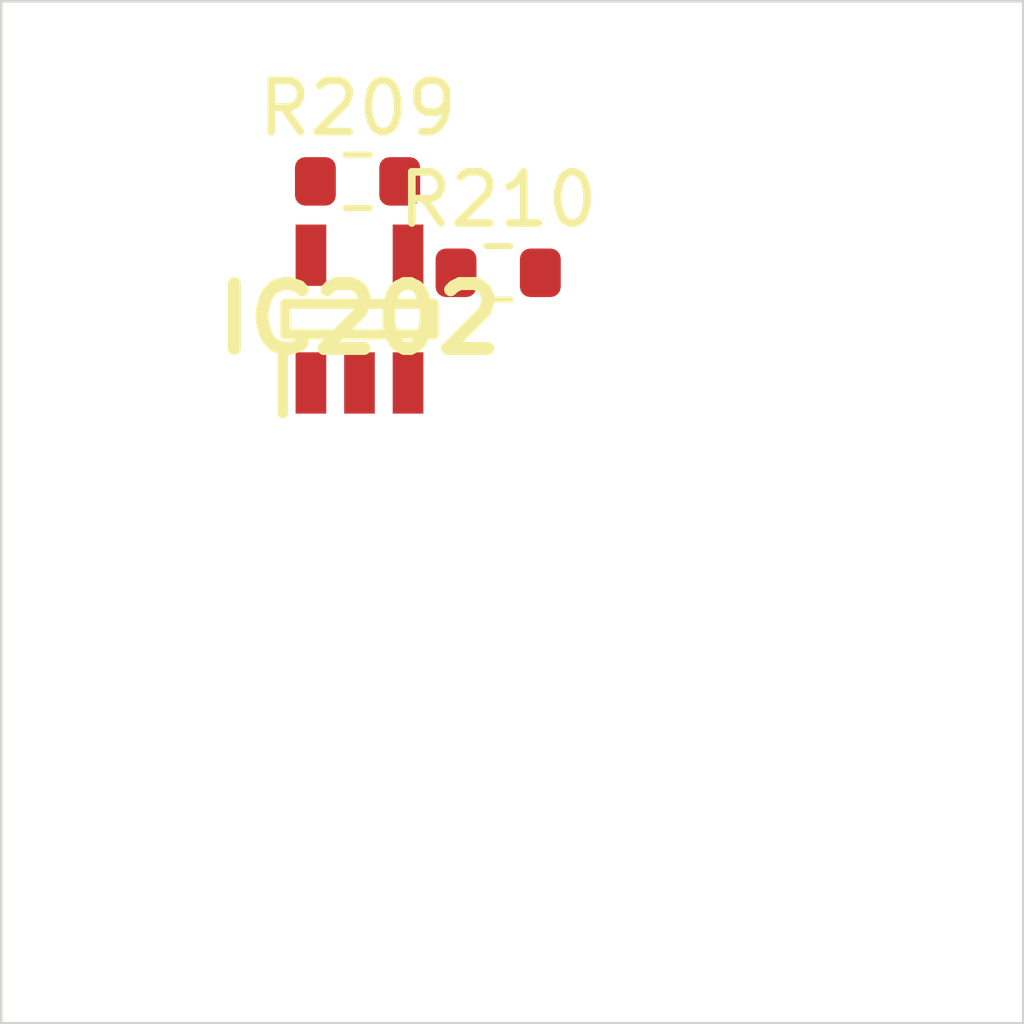
<source format=kicad_pcb>
 ( kicad_pcb  ( version 20171130 )
 ( host pcbnew 5.1.12-84ad8e8a86~92~ubuntu18.04.1 )
 ( general  ( thickness 1.6 )
 ( drawings 4 )
 ( tracks 0 )
 ( zones 0 )
 ( modules 3 )
 ( nets 5 )
)
 ( page A4 )
 ( layers  ( 0 F.Cu signal )
 ( 31 B.Cu signal )
 ( 32 B.Adhes user )
 ( 33 F.Adhes user )
 ( 34 B.Paste user )
 ( 35 F.Paste user )
 ( 36 B.SilkS user )
 ( 37 F.SilkS user )
 ( 38 B.Mask user )
 ( 39 F.Mask user )
 ( 40 Dwgs.User user )
 ( 41 Cmts.User user )
 ( 42 Eco1.User user )
 ( 43 Eco2.User user )
 ( 44 Edge.Cuts user )
 ( 45 Margin user )
 ( 46 B.CrtYd user )
 ( 47 F.CrtYd user )
 ( 48 B.Fab user )
 ( 49 F.Fab user )
)
 ( setup  ( last_trace_width 0.25 )
 ( trace_clearance 0.2 )
 ( zone_clearance 0.508 )
 ( zone_45_only no )
 ( trace_min 0.2 )
 ( via_size 0.8 )
 ( via_drill 0.4 )
 ( via_min_size 0.4 )
 ( via_min_drill 0.3 )
 ( uvia_size 0.3 )
 ( uvia_drill 0.1 )
 ( uvias_allowed no )
 ( uvia_min_size 0.2 )
 ( uvia_min_drill 0.1 )
 ( edge_width 0.05 )
 ( segment_width 0.2 )
 ( pcb_text_width 0.3 )
 ( pcb_text_size 1.5 1.5 )
 ( mod_edge_width 0.12 )
 ( mod_text_size 1 1 )
 ( mod_text_width 0.15 )
 ( pad_size 1.524 1.524 )
 ( pad_drill 0.762 )
 ( pad_to_mask_clearance 0 )
 ( aux_axis_origin 0 0 )
 ( visible_elements FFFFFF7F )
 ( pcbplotparams  ( layerselection 0x010fc_ffffffff )
 ( usegerberextensions false )
 ( usegerberattributes true )
 ( usegerberadvancedattributes true )
 ( creategerberjobfile true )
 ( excludeedgelayer true )
 ( linewidth 0.100000 )
 ( plotframeref false )
 ( viasonmask false )
 ( mode 1 )
 ( useauxorigin false )
 ( hpglpennumber 1 )
 ( hpglpenspeed 20 )
 ( hpglpendiameter 15.000000 )
 ( psnegative false )
 ( psa4output false )
 ( plotreference true )
 ( plotvalue true )
 ( plotinvisibletext false )
 ( padsonsilk false )
 ( subtractmaskfromsilk false )
 ( outputformat 1 )
 ( mirror false )
 ( drillshape 1 )
 ( scaleselection 1 )
 ( outputdirectory "" )
)
)
 ( net 0 "" )
 ( net 1 GND )
 ( net 2 VDDA )
 ( net 3 /Sheet6235D886/vp )
 ( net 4 "Net-(IC202-Pad3)" )
 ( net_class Default "This is the default net class."  ( clearance 0.2 )
 ( trace_width 0.25 )
 ( via_dia 0.8 )
 ( via_drill 0.4 )
 ( uvia_dia 0.3 )
 ( uvia_drill 0.1 )
 ( add_net /Sheet6235D886/vp )
 ( add_net GND )
 ( add_net "Net-(IC202-Pad3)" )
 ( add_net VDDA )
)
 ( module SOT95P280X145-5N locked  ( layer F.Cu )
 ( tedit 62336ED7 )
 ( tstamp 623423ED )
 ( at 87.010600 106.220000 90.000000 )
 ( descr DBV0005A )
 ( tags "Integrated Circuit" )
 ( path /6235D887/6266C08E )
 ( attr smd )
 ( fp_text reference IC202  ( at 0 0 )
 ( layer F.SilkS )
 ( effects  ( font  ( size 1.27 1.27 )
 ( thickness 0.254 )
)
)
)
 ( fp_text value TL071HIDBVR  ( at 0 0 )
 ( layer F.SilkS )
hide  ( effects  ( font  ( size 1.27 1.27 )
 ( thickness 0.254 )
)
)
)
 ( fp_line  ( start -1.85 -1.5 )
 ( end -0.65 -1.5 )
 ( layer F.SilkS )
 ( width 0.2 )
)
 ( fp_line  ( start -0.3 1.45 )
 ( end -0.3 -1.45 )
 ( layer F.SilkS )
 ( width 0.2 )
)
 ( fp_line  ( start 0.3 1.45 )
 ( end -0.3 1.45 )
 ( layer F.SilkS )
 ( width 0.2 )
)
 ( fp_line  ( start 0.3 -1.45 )
 ( end 0.3 1.45 )
 ( layer F.SilkS )
 ( width 0.2 )
)
 ( fp_line  ( start -0.3 -1.45 )
 ( end 0.3 -1.45 )
 ( layer F.SilkS )
 ( width 0.2 )
)
 ( fp_line  ( start -0.8 -0.5 )
 ( end 0.15 -1.45 )
 ( layer Dwgs.User )
 ( width 0.1 )
)
 ( fp_line  ( start -0.8 1.45 )
 ( end -0.8 -1.45 )
 ( layer Dwgs.User )
 ( width 0.1 )
)
 ( fp_line  ( start 0.8 1.45 )
 ( end -0.8 1.45 )
 ( layer Dwgs.User )
 ( width 0.1 )
)
 ( fp_line  ( start 0.8 -1.45 )
 ( end 0.8 1.45 )
 ( layer Dwgs.User )
 ( width 0.1 )
)
 ( fp_line  ( start -0.8 -1.45 )
 ( end 0.8 -1.45 )
 ( layer Dwgs.User )
 ( width 0.1 )
)
 ( fp_line  ( start -2.1 1.775 )
 ( end -2.1 -1.775 )
 ( layer Dwgs.User )
 ( width 0.05 )
)
 ( fp_line  ( start 2.1 1.775 )
 ( end -2.1 1.775 )
 ( layer Dwgs.User )
 ( width 0.05 )
)
 ( fp_line  ( start 2.1 -1.775 )
 ( end 2.1 1.775 )
 ( layer Dwgs.User )
 ( width 0.05 )
)
 ( fp_line  ( start -2.1 -1.775 )
 ( end 2.1 -1.775 )
 ( layer Dwgs.User )
 ( width 0.05 )
)
 ( pad 1 smd rect  ( at -1.25 -0.95 180.000000 )
 ( size 0.6 1.2 )
 ( layers F.Cu F.Mask F.Paste )
 ( net 3 /Sheet6235D886/vp )
)
 ( pad 2 smd rect  ( at -1.25 0 180.000000 )
 ( size 0.6 1.2 )
 ( layers F.Cu F.Mask F.Paste )
 ( net 1 GND )
)
 ( pad 3 smd rect  ( at -1.25 0.95 180.000000 )
 ( size 0.6 1.2 )
 ( layers F.Cu F.Mask F.Paste )
 ( net 4 "Net-(IC202-Pad3)" )
)
 ( pad 4 smd rect  ( at 1.25 0.95 180.000000 )
 ( size 0.6 1.2 )
 ( layers F.Cu F.Mask F.Paste )
 ( net 3 /Sheet6235D886/vp )
)
 ( pad 5 smd rect  ( at 1.25 -0.95 180.000000 )
 ( size 0.6 1.2 )
 ( layers F.Cu F.Mask F.Paste )
 ( net 2 VDDA )
)
)
 ( module Resistor_SMD:R_0603_1608Metric  ( layer F.Cu )
 ( tedit 5F68FEEE )
 ( tstamp 62342595 )
 ( at 86.972700 103.525000 )
 ( descr "Resistor SMD 0603 (1608 Metric), square (rectangular) end terminal, IPC_7351 nominal, (Body size source: IPC-SM-782 page 72, https://www.pcb-3d.com/wordpress/wp-content/uploads/ipc-sm-782a_amendment_1_and_2.pdf), generated with kicad-footprint-generator" )
 ( tags resistor )
 ( path /6235D887/623CDBD9 )
 ( attr smd )
 ( fp_text reference R209  ( at 0 -1.43 )
 ( layer F.SilkS )
 ( effects  ( font  ( size 1 1 )
 ( thickness 0.15 )
)
)
)
 ( fp_text value 100k  ( at 0 1.43 )
 ( layer F.Fab )
 ( effects  ( font  ( size 1 1 )
 ( thickness 0.15 )
)
)
)
 ( fp_line  ( start -0.8 0.4125 )
 ( end -0.8 -0.4125 )
 ( layer F.Fab )
 ( width 0.1 )
)
 ( fp_line  ( start -0.8 -0.4125 )
 ( end 0.8 -0.4125 )
 ( layer F.Fab )
 ( width 0.1 )
)
 ( fp_line  ( start 0.8 -0.4125 )
 ( end 0.8 0.4125 )
 ( layer F.Fab )
 ( width 0.1 )
)
 ( fp_line  ( start 0.8 0.4125 )
 ( end -0.8 0.4125 )
 ( layer F.Fab )
 ( width 0.1 )
)
 ( fp_line  ( start -0.237258 -0.5225 )
 ( end 0.237258 -0.5225 )
 ( layer F.SilkS )
 ( width 0.12 )
)
 ( fp_line  ( start -0.237258 0.5225 )
 ( end 0.237258 0.5225 )
 ( layer F.SilkS )
 ( width 0.12 )
)
 ( fp_line  ( start -1.48 0.73 )
 ( end -1.48 -0.73 )
 ( layer F.CrtYd )
 ( width 0.05 )
)
 ( fp_line  ( start -1.48 -0.73 )
 ( end 1.48 -0.73 )
 ( layer F.CrtYd )
 ( width 0.05 )
)
 ( fp_line  ( start 1.48 -0.73 )
 ( end 1.48 0.73 )
 ( layer F.CrtYd )
 ( width 0.05 )
)
 ( fp_line  ( start 1.48 0.73 )
 ( end -1.48 0.73 )
 ( layer F.CrtYd )
 ( width 0.05 )
)
 ( fp_text user %R  ( at 0 0 )
 ( layer F.Fab )
 ( effects  ( font  ( size 0.4 0.4 )
 ( thickness 0.06 )
)
)
)
 ( pad 1 smd roundrect  ( at -0.825 0 )
 ( size 0.8 0.95 )
 ( layers F.Cu F.Mask F.Paste )
 ( roundrect_rratio 0.25 )
 ( net 2 VDDA )
)
 ( pad 2 smd roundrect  ( at 0.825 0 )
 ( size 0.8 0.95 )
 ( layers F.Cu F.Mask F.Paste )
 ( roundrect_rratio 0.25 )
 ( net 4 "Net-(IC202-Pad3)" )
)
 ( model ${KISYS3DMOD}/Resistor_SMD.3dshapes/R_0603_1608Metric.wrl  ( at  ( xyz 0 0 0 )
)
 ( scale  ( xyz 1 1 1 )
)
 ( rotate  ( xyz 0 0 0 )
)
)
)
 ( module Resistor_SMD:R_0603_1608Metric  ( layer F.Cu )
 ( tedit 5F68FEEE )
 ( tstamp 623425A6 )
 ( at 89.725100 105.314000 )
 ( descr "Resistor SMD 0603 (1608 Metric), square (rectangular) end terminal, IPC_7351 nominal, (Body size source: IPC-SM-782 page 72, https://www.pcb-3d.com/wordpress/wp-content/uploads/ipc-sm-782a_amendment_1_and_2.pdf), generated with kicad-footprint-generator" )
 ( tags resistor )
 ( path /6235D887/623CDBDF )
 ( attr smd )
 ( fp_text reference R210  ( at 0 -1.43 )
 ( layer F.SilkS )
 ( effects  ( font  ( size 1 1 )
 ( thickness 0.15 )
)
)
)
 ( fp_text value 100k  ( at 0 1.43 )
 ( layer F.Fab )
 ( effects  ( font  ( size 1 1 )
 ( thickness 0.15 )
)
)
)
 ( fp_line  ( start 1.48 0.73 )
 ( end -1.48 0.73 )
 ( layer F.CrtYd )
 ( width 0.05 )
)
 ( fp_line  ( start 1.48 -0.73 )
 ( end 1.48 0.73 )
 ( layer F.CrtYd )
 ( width 0.05 )
)
 ( fp_line  ( start -1.48 -0.73 )
 ( end 1.48 -0.73 )
 ( layer F.CrtYd )
 ( width 0.05 )
)
 ( fp_line  ( start -1.48 0.73 )
 ( end -1.48 -0.73 )
 ( layer F.CrtYd )
 ( width 0.05 )
)
 ( fp_line  ( start -0.237258 0.5225 )
 ( end 0.237258 0.5225 )
 ( layer F.SilkS )
 ( width 0.12 )
)
 ( fp_line  ( start -0.237258 -0.5225 )
 ( end 0.237258 -0.5225 )
 ( layer F.SilkS )
 ( width 0.12 )
)
 ( fp_line  ( start 0.8 0.4125 )
 ( end -0.8 0.4125 )
 ( layer F.Fab )
 ( width 0.1 )
)
 ( fp_line  ( start 0.8 -0.4125 )
 ( end 0.8 0.4125 )
 ( layer F.Fab )
 ( width 0.1 )
)
 ( fp_line  ( start -0.8 -0.4125 )
 ( end 0.8 -0.4125 )
 ( layer F.Fab )
 ( width 0.1 )
)
 ( fp_line  ( start -0.8 0.4125 )
 ( end -0.8 -0.4125 )
 ( layer F.Fab )
 ( width 0.1 )
)
 ( fp_text user %R  ( at 0 0 )
 ( layer F.Fab )
 ( effects  ( font  ( size 0.4 0.4 )
 ( thickness 0.06 )
)
)
)
 ( pad 2 smd roundrect  ( at 0.825 0 )
 ( size 0.8 0.95 )
 ( layers F.Cu F.Mask F.Paste )
 ( roundrect_rratio 0.25 )
 ( net 1 GND )
)
 ( pad 1 smd roundrect  ( at -0.825 0 )
 ( size 0.8 0.95 )
 ( layers F.Cu F.Mask F.Paste )
 ( roundrect_rratio 0.25 )
 ( net 4 "Net-(IC202-Pad3)" )
)
 ( model ${KISYS3DMOD}/Resistor_SMD.3dshapes/R_0603_1608Metric.wrl  ( at  ( xyz 0 0 0 )
)
 ( scale  ( xyz 1 1 1 )
)
 ( rotate  ( xyz 0 0 0 )
)
)
)
 ( gr_line  ( start 100 100 )
 ( end 100 120 )
 ( layer Edge.Cuts )
 ( width 0.05 )
 ( tstamp 62E770C4 )
)
 ( gr_line  ( start 80 120 )
 ( end 100 120 )
 ( layer Edge.Cuts )
 ( width 0.05 )
 ( tstamp 62E770C0 )
)
 ( gr_line  ( start 80 100 )
 ( end 100 100 )
 ( layer Edge.Cuts )
 ( width 0.05 )
 ( tstamp 6234110C )
)
 ( gr_line  ( start 80 100 )
 ( end 80 120 )
 ( layer Edge.Cuts )
 ( width 0.05 )
)
)

</source>
